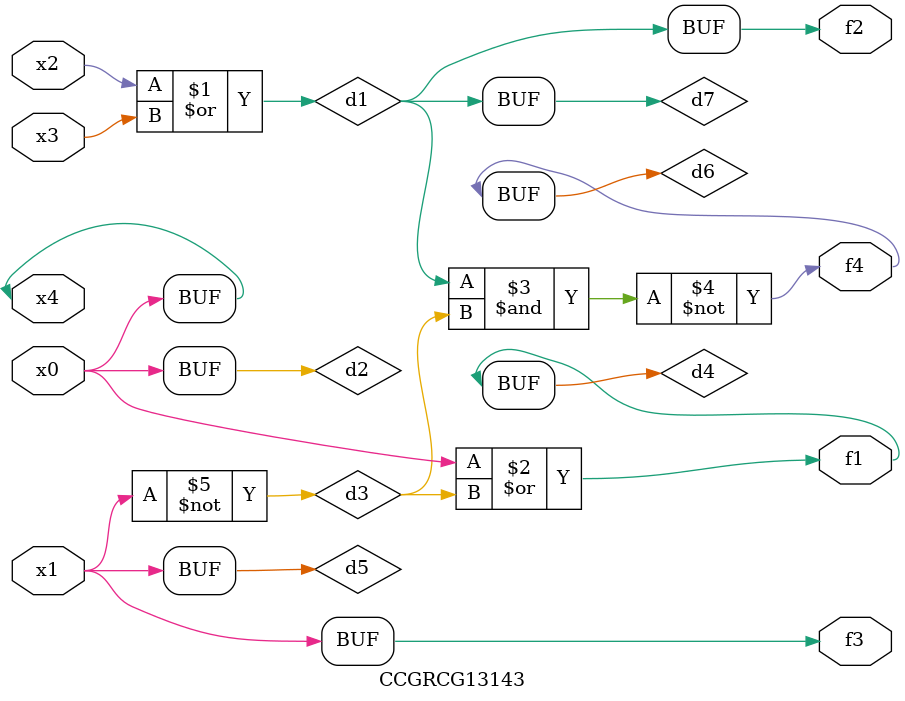
<source format=v>
module CCGRCG13143(
	input x0, x1, x2, x3, x4,
	output f1, f2, f3, f4
);

	wire d1, d2, d3, d4, d5, d6, d7;

	or (d1, x2, x3);
	buf (d2, x0, x4);
	not (d3, x1);
	or (d4, d2, d3);
	not (d5, d3);
	nand (d6, d1, d3);
	or (d7, d1);
	assign f1 = d4;
	assign f2 = d7;
	assign f3 = d5;
	assign f4 = d6;
endmodule

</source>
